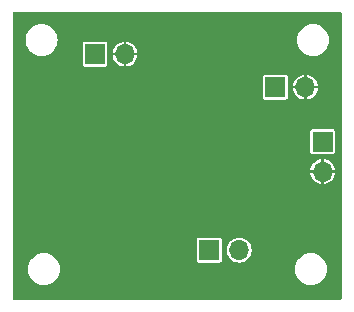
<source format=gbr>
%TF.GenerationSoftware,KiCad,Pcbnew,(6.0.2)*%
%TF.CreationDate,2022-05-16T05:59:00+03:00*%
%TF.ProjectId,FLIM_laser,464c494d-5f6c-4617-9365-722e6b696361,rev?*%
%TF.SameCoordinates,Original*%
%TF.FileFunction,Copper,L2,Bot*%
%TF.FilePolarity,Positive*%
%FSLAX46Y46*%
G04 Gerber Fmt 4.6, Leading zero omitted, Abs format (unit mm)*
G04 Created by KiCad (PCBNEW (6.0.2)) date 2022-05-16 05:59:00*
%MOMM*%
%LPD*%
G01*
G04 APERTURE LIST*
%TA.AperFunction,ComponentPad*%
%ADD10R,1.700000X1.700000*%
%TD*%
%TA.AperFunction,ComponentPad*%
%ADD11O,1.700000X1.700000*%
%TD*%
%TA.AperFunction,ViaPad*%
%ADD12C,0.800000*%
%TD*%
G04 APERTURE END LIST*
D10*
%TO.P,J4,1,Pin_1*%
%TO.N,Net-(J4-Pad1)*%
X162600000Y-59200000D03*
D11*
%TO.P,J4,2,Pin_2*%
%TO.N,Net-(J4-Pad2)*%
X165140000Y-59200000D03*
%TD*%
D10*
%TO.P,J1,1,Pin_1*%
%TO.N,Net-(C3-Pad1)*%
X168200000Y-45400000D03*
D11*
%TO.P,J1,2,Pin_2*%
%TO.N,GND*%
X170740000Y-45400000D03*
%TD*%
D10*
%TO.P,J2,1,Pin_1*%
%TO.N,Net-(D1-Pad2)*%
X152925000Y-42600000D03*
D11*
%TO.P,J2,2,Pin_2*%
%TO.N,GND*%
X155465000Y-42600000D03*
%TD*%
D10*
%TO.P,J3,1,Pin_1*%
%TO.N,Net-(C3-Pad1)*%
X172200000Y-50000000D03*
D11*
%TO.P,J3,2,Pin_2*%
%TO.N,GND*%
X172200000Y-52540000D03*
%TD*%
D12*
%TO.N,GND*%
X161000000Y-45200000D03*
X156600000Y-40200000D03*
X170600000Y-47800000D03*
X158400000Y-42200000D03*
X166000000Y-51200000D03*
X148600000Y-53800000D03*
X167200000Y-54200000D03*
X154800000Y-40000000D03*
X158600000Y-60000000D03*
X167800000Y-42400000D03*
X156400000Y-62200000D03*
X172000000Y-56600000D03*
X164000000Y-62400000D03*
X153800000Y-54000000D03*
X156000000Y-45400000D03*
X151400000Y-56400000D03*
X163400000Y-42200000D03*
X153600000Y-60000000D03*
X167200000Y-51800000D03*
X165200000Y-45000000D03*
X158600000Y-54000000D03*
X155800000Y-50200000D03*
X172200000Y-48200000D03*
X161000000Y-40200000D03*
X165400000Y-40400000D03*
X155800000Y-56800000D03*
X169200000Y-54800000D03*
X152200000Y-40400000D03*
%TD*%
%TA.AperFunction,Conductor*%
%TO.N,GND*%
G36*
X173759191Y-39018907D02*
G01*
X173795155Y-39068407D01*
X173800000Y-39099000D01*
X173800000Y-63301000D01*
X173781093Y-63359191D01*
X173731593Y-63395155D01*
X173701000Y-63400000D01*
X146099000Y-63400000D01*
X146040809Y-63381093D01*
X146004845Y-63331593D01*
X146000000Y-63301000D01*
X146000000Y-60800000D01*
X147244341Y-60800000D01*
X147264937Y-61035408D01*
X147326097Y-61263663D01*
X147425965Y-61477829D01*
X147561505Y-61671401D01*
X147728599Y-61838495D01*
X147922171Y-61974035D01*
X148136337Y-62073903D01*
X148364592Y-62135063D01*
X148449431Y-62142486D01*
X148538870Y-62150311D01*
X148538878Y-62150311D01*
X148541034Y-62150500D01*
X148658966Y-62150500D01*
X148661122Y-62150311D01*
X148661130Y-62150311D01*
X148750569Y-62142486D01*
X148835408Y-62135063D01*
X149063663Y-62073903D01*
X149277829Y-61974035D01*
X149471401Y-61838495D01*
X149638495Y-61671401D01*
X149771554Y-61481374D01*
X149771554Y-61481373D01*
X149774035Y-61477830D01*
X149873903Y-61263663D01*
X149935063Y-61035408D01*
X149955659Y-60800000D01*
X169844341Y-60800000D01*
X169864937Y-61035408D01*
X169926097Y-61263663D01*
X170025965Y-61477829D01*
X170161505Y-61671401D01*
X170328599Y-61838495D01*
X170522171Y-61974035D01*
X170736337Y-62073903D01*
X170964592Y-62135063D01*
X171049431Y-62142486D01*
X171138870Y-62150311D01*
X171138878Y-62150311D01*
X171141034Y-62150500D01*
X171258966Y-62150500D01*
X171261122Y-62150311D01*
X171261130Y-62150311D01*
X171350569Y-62142486D01*
X171435408Y-62135063D01*
X171663663Y-62073903D01*
X171877829Y-61974035D01*
X172071401Y-61838495D01*
X172238495Y-61671401D01*
X172371554Y-61481374D01*
X172371554Y-61481373D01*
X172374035Y-61477830D01*
X172473903Y-61263663D01*
X172535063Y-61035408D01*
X172555659Y-60800000D01*
X172535063Y-60564592D01*
X172473903Y-60336337D01*
X172374035Y-60122171D01*
X172238495Y-59928599D01*
X172071401Y-59761505D01*
X171877829Y-59625965D01*
X171663663Y-59526097D01*
X171435408Y-59464937D01*
X171350569Y-59457514D01*
X171261130Y-59449689D01*
X171261122Y-59449689D01*
X171258966Y-59449500D01*
X171141034Y-59449500D01*
X171138878Y-59449689D01*
X171138870Y-59449689D01*
X171049431Y-59457514D01*
X170964592Y-59464937D01*
X170736337Y-59526097D01*
X170522171Y-59625965D01*
X170328599Y-59761505D01*
X170161505Y-59928599D01*
X170136420Y-59964424D01*
X170028447Y-60118625D01*
X170028446Y-60118627D01*
X170025965Y-60122170D01*
X169926097Y-60336337D01*
X169864937Y-60564592D01*
X169844341Y-60800000D01*
X149955659Y-60800000D01*
X149935063Y-60564592D01*
X149873903Y-60336337D01*
X149774035Y-60122171D01*
X149737328Y-60069748D01*
X161549500Y-60069748D01*
X161561133Y-60128231D01*
X161605448Y-60194552D01*
X161671769Y-60238867D01*
X161681332Y-60240769D01*
X161681334Y-60240770D01*
X161704005Y-60245279D01*
X161730252Y-60250500D01*
X163469748Y-60250500D01*
X163495995Y-60245279D01*
X163518666Y-60240770D01*
X163518668Y-60240769D01*
X163528231Y-60238867D01*
X163594552Y-60194552D01*
X163638867Y-60128231D01*
X163650500Y-60069748D01*
X163650500Y-59185262D01*
X164084520Y-59185262D01*
X164101759Y-59390553D01*
X164103092Y-59395201D01*
X164103092Y-59395202D01*
X164141150Y-59527925D01*
X164158544Y-59588586D01*
X164252712Y-59771818D01*
X164380677Y-59933270D01*
X164384357Y-59936402D01*
X164384359Y-59936404D01*
X164497017Y-60032283D01*
X164537564Y-60066791D01*
X164541787Y-60069151D01*
X164541791Y-60069154D01*
X164647498Y-60128231D01*
X164717398Y-60167297D01*
X164721996Y-60168791D01*
X164908724Y-60229463D01*
X164908726Y-60229464D01*
X164913329Y-60230959D01*
X165117894Y-60255351D01*
X165122716Y-60254980D01*
X165122719Y-60254980D01*
X165193259Y-60249552D01*
X165323300Y-60239546D01*
X165521725Y-60184145D01*
X165526038Y-60181966D01*
X165526044Y-60181964D01*
X165701289Y-60093441D01*
X165701291Y-60093440D01*
X165705610Y-60091258D01*
X165740943Y-60063653D01*
X165864135Y-59967406D01*
X165864139Y-59967402D01*
X165867951Y-59964424D01*
X166002564Y-59808472D01*
X166021231Y-59775613D01*
X166101934Y-59633550D01*
X166101935Y-59633547D01*
X166104323Y-59629344D01*
X166117882Y-59588586D01*
X166167824Y-59438454D01*
X166167824Y-59438452D01*
X166169351Y-59433863D01*
X166195171Y-59229474D01*
X166195583Y-59200000D01*
X166175480Y-58994970D01*
X166115935Y-58797749D01*
X166019218Y-58615849D01*
X165889011Y-58456200D01*
X165742639Y-58335110D01*
X165734002Y-58327965D01*
X165734000Y-58327964D01*
X165730275Y-58324882D01*
X165549055Y-58226897D01*
X165479764Y-58205448D01*
X165356875Y-58167407D01*
X165356871Y-58167406D01*
X165352254Y-58165977D01*
X165347446Y-58165472D01*
X165347443Y-58165471D01*
X165152185Y-58144949D01*
X165152183Y-58144949D01*
X165147369Y-58144443D01*
X165091800Y-58149500D01*
X164947022Y-58162675D01*
X164947017Y-58162676D01*
X164942203Y-58163114D01*
X164744572Y-58221280D01*
X164740288Y-58223519D01*
X164740287Y-58223520D01*
X164729428Y-58229197D01*
X164562002Y-58316726D01*
X164558231Y-58319758D01*
X164405220Y-58442781D01*
X164405217Y-58442783D01*
X164401447Y-58445815D01*
X164398333Y-58449526D01*
X164398332Y-58449527D01*
X164389585Y-58459952D01*
X164269024Y-58603630D01*
X164266689Y-58607878D01*
X164266688Y-58607879D01*
X164259955Y-58620126D01*
X164169776Y-58784162D01*
X164107484Y-58980532D01*
X164106944Y-58985344D01*
X164106944Y-58985345D01*
X164105865Y-58994970D01*
X164084520Y-59185262D01*
X163650500Y-59185262D01*
X163650500Y-58330252D01*
X163638867Y-58271769D01*
X163594552Y-58205448D01*
X163528231Y-58161133D01*
X163518668Y-58159231D01*
X163518666Y-58159230D01*
X163495995Y-58154721D01*
X163469748Y-58149500D01*
X161730252Y-58149500D01*
X161704005Y-58154721D01*
X161681334Y-58159230D01*
X161681332Y-58159231D01*
X161671769Y-58161133D01*
X161605448Y-58205448D01*
X161561133Y-58271769D01*
X161549500Y-58330252D01*
X161549500Y-60069748D01*
X149737328Y-60069748D01*
X149638495Y-59928599D01*
X149471401Y-59761505D01*
X149277829Y-59625965D01*
X149063663Y-59526097D01*
X148835408Y-59464937D01*
X148750569Y-59457514D01*
X148661130Y-59449689D01*
X148661122Y-59449689D01*
X148658966Y-59449500D01*
X148541034Y-59449500D01*
X148538878Y-59449689D01*
X148538870Y-59449689D01*
X148449431Y-59457514D01*
X148364592Y-59464937D01*
X148136337Y-59526097D01*
X147922171Y-59625965D01*
X147728599Y-59761505D01*
X147561505Y-59928599D01*
X147536420Y-59964424D01*
X147428447Y-60118625D01*
X147428446Y-60118627D01*
X147425965Y-60122170D01*
X147326097Y-60336337D01*
X147264937Y-60564592D01*
X147244341Y-60800000D01*
X146000000Y-60800000D01*
X146000000Y-52649846D01*
X171155483Y-52649846D01*
X171161847Y-52725644D01*
X171163585Y-52735111D01*
X171217674Y-52923743D01*
X171221225Y-52932711D01*
X171310919Y-53107236D01*
X171316142Y-53115341D01*
X171438037Y-53269134D01*
X171444720Y-53276055D01*
X171594164Y-53403241D01*
X171602078Y-53408742D01*
X171773373Y-53504475D01*
X171782201Y-53508332D01*
X171968838Y-53568974D01*
X171978238Y-53571041D01*
X172084432Y-53583704D01*
X172097514Y-53581113D01*
X172098955Y-53579557D01*
X172100000Y-53574803D01*
X172100000Y-53569775D01*
X172300000Y-53569775D01*
X172304122Y-53582460D01*
X172306735Y-53584359D01*
X172309679Y-53584710D01*
X172378385Y-53579424D01*
X172387876Y-53577750D01*
X172576882Y-53524978D01*
X172585862Y-53521496D01*
X172761020Y-53433017D01*
X172769155Y-53427854D01*
X172923787Y-53307042D01*
X172930771Y-53300391D01*
X173058990Y-53151848D01*
X173064546Y-53143973D01*
X173161471Y-52973353D01*
X173165392Y-52964546D01*
X173227334Y-52778346D01*
X173229469Y-52768944D01*
X173243794Y-52655556D01*
X173241294Y-52642455D01*
X173239884Y-52641130D01*
X173234829Y-52640000D01*
X172315680Y-52640000D01*
X172302995Y-52644122D01*
X172300000Y-52648243D01*
X172300000Y-53569775D01*
X172100000Y-53569775D01*
X172100000Y-52655680D01*
X172095878Y-52642995D01*
X172091757Y-52640000D01*
X171170336Y-52640000D01*
X171157651Y-52644122D01*
X171155860Y-52646586D01*
X171155483Y-52649846D01*
X146000000Y-52649846D01*
X146000000Y-52424417D01*
X171156334Y-52424417D01*
X171159016Y-52437484D01*
X171160719Y-52439039D01*
X171165165Y-52440000D01*
X172084320Y-52440000D01*
X172097005Y-52435878D01*
X172100000Y-52431757D01*
X172100000Y-52424320D01*
X172300000Y-52424320D01*
X172304122Y-52437005D01*
X172308243Y-52440000D01*
X173229596Y-52440000D01*
X173242281Y-52435878D01*
X173243854Y-52433713D01*
X173244278Y-52429818D01*
X173235459Y-52339885D01*
X173233589Y-52330437D01*
X173176869Y-52142572D01*
X173173199Y-52133668D01*
X173081072Y-51960401D01*
X173075740Y-51952376D01*
X172951716Y-51800307D01*
X172944922Y-51793466D01*
X172793721Y-51668381D01*
X172785738Y-51662997D01*
X172613114Y-51569660D01*
X172604243Y-51565931D01*
X172416775Y-51507900D01*
X172407341Y-51505963D01*
X172315594Y-51496320D01*
X172302548Y-51499093D01*
X172300881Y-51500945D01*
X172300000Y-51505088D01*
X172300000Y-52424320D01*
X172100000Y-52424320D01*
X172100000Y-51510396D01*
X172095878Y-51497711D01*
X172093563Y-51496028D01*
X172089987Y-51495627D01*
X172007117Y-51503168D01*
X171997654Y-51504974D01*
X171809407Y-51560378D01*
X171800466Y-51563991D01*
X171626573Y-51654899D01*
X171618497Y-51660184D01*
X171465571Y-51783140D01*
X171458687Y-51789881D01*
X171332551Y-51940205D01*
X171327104Y-51948159D01*
X171232573Y-52120111D01*
X171228773Y-52128976D01*
X171169440Y-52316019D01*
X171167435Y-52325450D01*
X171156334Y-52424417D01*
X146000000Y-52424417D01*
X146000000Y-50869748D01*
X171149500Y-50869748D01*
X171161133Y-50928231D01*
X171205448Y-50994552D01*
X171271769Y-51038867D01*
X171281332Y-51040769D01*
X171281334Y-51040770D01*
X171304005Y-51045279D01*
X171330252Y-51050500D01*
X173069748Y-51050500D01*
X173095995Y-51045279D01*
X173118666Y-51040770D01*
X173118668Y-51040769D01*
X173128231Y-51038867D01*
X173194552Y-50994552D01*
X173238867Y-50928231D01*
X173250500Y-50869748D01*
X173250500Y-49130252D01*
X173238867Y-49071769D01*
X173194552Y-49005448D01*
X173128231Y-48961133D01*
X173118668Y-48959231D01*
X173118666Y-48959230D01*
X173095995Y-48954721D01*
X173069748Y-48949500D01*
X171330252Y-48949500D01*
X171304005Y-48954721D01*
X171281334Y-48959230D01*
X171281332Y-48959231D01*
X171271769Y-48961133D01*
X171205448Y-49005448D01*
X171161133Y-49071769D01*
X171149500Y-49130252D01*
X171149500Y-50869748D01*
X146000000Y-50869748D01*
X146000000Y-46269748D01*
X167149500Y-46269748D01*
X167161133Y-46328231D01*
X167205448Y-46394552D01*
X167271769Y-46438867D01*
X167281332Y-46440769D01*
X167281334Y-46440770D01*
X167304005Y-46445279D01*
X167330252Y-46450500D01*
X169069748Y-46450500D01*
X169095995Y-46445279D01*
X169118666Y-46440770D01*
X169118668Y-46440769D01*
X169128231Y-46438867D01*
X169194552Y-46394552D01*
X169238867Y-46328231D01*
X169250500Y-46269748D01*
X169250500Y-45509846D01*
X169695483Y-45509846D01*
X169701847Y-45585644D01*
X169703585Y-45595111D01*
X169757674Y-45783743D01*
X169761225Y-45792711D01*
X169850919Y-45967236D01*
X169856142Y-45975341D01*
X169978037Y-46129134D01*
X169984720Y-46136055D01*
X170134164Y-46263241D01*
X170142078Y-46268742D01*
X170313373Y-46364475D01*
X170322201Y-46368332D01*
X170508838Y-46428974D01*
X170518238Y-46431041D01*
X170624432Y-46443704D01*
X170637514Y-46441113D01*
X170638955Y-46439557D01*
X170640000Y-46434803D01*
X170640000Y-46429775D01*
X170840000Y-46429775D01*
X170844122Y-46442460D01*
X170846735Y-46444359D01*
X170849679Y-46444710D01*
X170918385Y-46439424D01*
X170927876Y-46437750D01*
X171116882Y-46384978D01*
X171125862Y-46381496D01*
X171301020Y-46293017D01*
X171309155Y-46287854D01*
X171463787Y-46167042D01*
X171470771Y-46160391D01*
X171598990Y-46011848D01*
X171604546Y-46003973D01*
X171701471Y-45833353D01*
X171705392Y-45824546D01*
X171767334Y-45638346D01*
X171769469Y-45628944D01*
X171783794Y-45515556D01*
X171781294Y-45502455D01*
X171779884Y-45501130D01*
X171774829Y-45500000D01*
X170855680Y-45500000D01*
X170842995Y-45504122D01*
X170840000Y-45508243D01*
X170840000Y-46429775D01*
X170640000Y-46429775D01*
X170640000Y-45515680D01*
X170635878Y-45502995D01*
X170631757Y-45500000D01*
X169710336Y-45500000D01*
X169697651Y-45504122D01*
X169695860Y-45506586D01*
X169695483Y-45509846D01*
X169250500Y-45509846D01*
X169250500Y-45284417D01*
X169696334Y-45284417D01*
X169699016Y-45297484D01*
X169700719Y-45299039D01*
X169705165Y-45300000D01*
X170624320Y-45300000D01*
X170637005Y-45295878D01*
X170640000Y-45291757D01*
X170640000Y-45284320D01*
X170840000Y-45284320D01*
X170844122Y-45297005D01*
X170848243Y-45300000D01*
X171769596Y-45300000D01*
X171782281Y-45295878D01*
X171783854Y-45293713D01*
X171784278Y-45289818D01*
X171775459Y-45199885D01*
X171773589Y-45190437D01*
X171716869Y-45002572D01*
X171713199Y-44993668D01*
X171621072Y-44820401D01*
X171615740Y-44812376D01*
X171491716Y-44660307D01*
X171484922Y-44653466D01*
X171333721Y-44528381D01*
X171325738Y-44522997D01*
X171153114Y-44429660D01*
X171144243Y-44425931D01*
X170956775Y-44367900D01*
X170947341Y-44365963D01*
X170855594Y-44356320D01*
X170842548Y-44359093D01*
X170840881Y-44360945D01*
X170840000Y-44365088D01*
X170840000Y-45284320D01*
X170640000Y-45284320D01*
X170640000Y-44370396D01*
X170635878Y-44357711D01*
X170633563Y-44356028D01*
X170629987Y-44355627D01*
X170547117Y-44363168D01*
X170537654Y-44364974D01*
X170349407Y-44420378D01*
X170340466Y-44423991D01*
X170166573Y-44514899D01*
X170158497Y-44520184D01*
X170005571Y-44643140D01*
X169998687Y-44649881D01*
X169872551Y-44800205D01*
X169867104Y-44808159D01*
X169772573Y-44980111D01*
X169768773Y-44988976D01*
X169709440Y-45176019D01*
X169707435Y-45185450D01*
X169696334Y-45284417D01*
X169250500Y-45284417D01*
X169250500Y-44530252D01*
X169238867Y-44471769D01*
X169194552Y-44405448D01*
X169128231Y-44361133D01*
X169118668Y-44359231D01*
X169118666Y-44359230D01*
X169095995Y-44354721D01*
X169069748Y-44349500D01*
X167330252Y-44349500D01*
X167304005Y-44354721D01*
X167281334Y-44359230D01*
X167281332Y-44359231D01*
X167271769Y-44361133D01*
X167205448Y-44405448D01*
X167161133Y-44471769D01*
X167149500Y-44530252D01*
X167149500Y-46269748D01*
X146000000Y-46269748D01*
X146000000Y-43469748D01*
X151874500Y-43469748D01*
X151886133Y-43528231D01*
X151930448Y-43594552D01*
X151996769Y-43638867D01*
X152006332Y-43640769D01*
X152006334Y-43640770D01*
X152029005Y-43645279D01*
X152055252Y-43650500D01*
X153794748Y-43650500D01*
X153820995Y-43645279D01*
X153843666Y-43640770D01*
X153843668Y-43640769D01*
X153853231Y-43638867D01*
X153919552Y-43594552D01*
X153963867Y-43528231D01*
X153975500Y-43469748D01*
X153975500Y-42709846D01*
X154420483Y-42709846D01*
X154426847Y-42785644D01*
X154428585Y-42795111D01*
X154482674Y-42983743D01*
X154486225Y-42992711D01*
X154575919Y-43167236D01*
X154581142Y-43175341D01*
X154703037Y-43329134D01*
X154709720Y-43336055D01*
X154859164Y-43463241D01*
X154867078Y-43468742D01*
X155038373Y-43564475D01*
X155047201Y-43568332D01*
X155233838Y-43628974D01*
X155243238Y-43631041D01*
X155349432Y-43643704D01*
X155362514Y-43641113D01*
X155363955Y-43639557D01*
X155365000Y-43634803D01*
X155365000Y-43629775D01*
X155565000Y-43629775D01*
X155569122Y-43642460D01*
X155571735Y-43644359D01*
X155574679Y-43644710D01*
X155643385Y-43639424D01*
X155652876Y-43637750D01*
X155841882Y-43584978D01*
X155850862Y-43581496D01*
X156026020Y-43493017D01*
X156034155Y-43487854D01*
X156188787Y-43367042D01*
X156195771Y-43360391D01*
X156323990Y-43211848D01*
X156329546Y-43203973D01*
X156426471Y-43033353D01*
X156430392Y-43024546D01*
X156492334Y-42838346D01*
X156494469Y-42828944D01*
X156508794Y-42715556D01*
X156506294Y-42702455D01*
X156504884Y-42701130D01*
X156499829Y-42700000D01*
X155580680Y-42700000D01*
X155567995Y-42704122D01*
X155565000Y-42708243D01*
X155565000Y-43629775D01*
X155365000Y-43629775D01*
X155365000Y-42715680D01*
X155360878Y-42702995D01*
X155356757Y-42700000D01*
X154435336Y-42700000D01*
X154422651Y-42704122D01*
X154420860Y-42706586D01*
X154420483Y-42709846D01*
X153975500Y-42709846D01*
X153975500Y-42484417D01*
X154421334Y-42484417D01*
X154424016Y-42497484D01*
X154425719Y-42499039D01*
X154430165Y-42500000D01*
X155349320Y-42500000D01*
X155362005Y-42495878D01*
X155365000Y-42491757D01*
X155365000Y-42484320D01*
X155565000Y-42484320D01*
X155569122Y-42497005D01*
X155573243Y-42500000D01*
X156494596Y-42500000D01*
X156507281Y-42495878D01*
X156508854Y-42493713D01*
X156509278Y-42489818D01*
X156500459Y-42399885D01*
X156498589Y-42390437D01*
X156441869Y-42202572D01*
X156438199Y-42193668D01*
X156346072Y-42020401D01*
X156340740Y-42012376D01*
X156216716Y-41860307D01*
X156209922Y-41853466D01*
X156058721Y-41728381D01*
X156050738Y-41722997D01*
X155878114Y-41629660D01*
X155869243Y-41625931D01*
X155681775Y-41567900D01*
X155672341Y-41565963D01*
X155580594Y-41556320D01*
X155567548Y-41559093D01*
X155565881Y-41560945D01*
X155565000Y-41565088D01*
X155565000Y-42484320D01*
X155365000Y-42484320D01*
X155365000Y-41570396D01*
X155360878Y-41557711D01*
X155358563Y-41556028D01*
X155354987Y-41555627D01*
X155272117Y-41563168D01*
X155262654Y-41564974D01*
X155074407Y-41620378D01*
X155065466Y-41623991D01*
X154891573Y-41714899D01*
X154883497Y-41720184D01*
X154730571Y-41843140D01*
X154723687Y-41849881D01*
X154597551Y-42000205D01*
X154592104Y-42008159D01*
X154497573Y-42180111D01*
X154493773Y-42188976D01*
X154434440Y-42376019D01*
X154432435Y-42385450D01*
X154421334Y-42484417D01*
X153975500Y-42484417D01*
X153975500Y-41730252D01*
X153963867Y-41671769D01*
X153919552Y-41605448D01*
X153853231Y-41561133D01*
X153843668Y-41559231D01*
X153843666Y-41559230D01*
X153820995Y-41554721D01*
X153794748Y-41549500D01*
X152055252Y-41549500D01*
X152029005Y-41554721D01*
X152006334Y-41559230D01*
X152006332Y-41559231D01*
X151996769Y-41561133D01*
X151930448Y-41605448D01*
X151886133Y-41671769D01*
X151874500Y-41730252D01*
X151874500Y-43469748D01*
X146000000Y-43469748D01*
X146000000Y-41400000D01*
X147044341Y-41400000D01*
X147064937Y-41635408D01*
X147126097Y-41863663D01*
X147225965Y-42077829D01*
X147361505Y-42271401D01*
X147528599Y-42438495D01*
X147722171Y-42574035D01*
X147936337Y-42673903D01*
X148164592Y-42735063D01*
X148249431Y-42742486D01*
X148338870Y-42750311D01*
X148338878Y-42750311D01*
X148341034Y-42750500D01*
X148458966Y-42750500D01*
X148461122Y-42750311D01*
X148461130Y-42750311D01*
X148550569Y-42742486D01*
X148635408Y-42735063D01*
X148863663Y-42673903D01*
X149077829Y-42574035D01*
X149271401Y-42438495D01*
X149438495Y-42271401D01*
X149571554Y-42081374D01*
X149571554Y-42081373D01*
X149574035Y-42077830D01*
X149673903Y-41863663D01*
X149735063Y-41635408D01*
X149755659Y-41400000D01*
X170044341Y-41400000D01*
X170064937Y-41635408D01*
X170126097Y-41863663D01*
X170225965Y-42077829D01*
X170361505Y-42271401D01*
X170528599Y-42438495D01*
X170722171Y-42574035D01*
X170936337Y-42673903D01*
X171164592Y-42735063D01*
X171249431Y-42742486D01*
X171338870Y-42750311D01*
X171338878Y-42750311D01*
X171341034Y-42750500D01*
X171458966Y-42750500D01*
X171461122Y-42750311D01*
X171461130Y-42750311D01*
X171550569Y-42742486D01*
X171635408Y-42735063D01*
X171863663Y-42673903D01*
X172077829Y-42574035D01*
X172271401Y-42438495D01*
X172438495Y-42271401D01*
X172571554Y-42081374D01*
X172571554Y-42081373D01*
X172574035Y-42077830D01*
X172673903Y-41863663D01*
X172735063Y-41635408D01*
X172755659Y-41400000D01*
X172735063Y-41164592D01*
X172673903Y-40936337D01*
X172574035Y-40722171D01*
X172438495Y-40528599D01*
X172271401Y-40361505D01*
X172077829Y-40225965D01*
X171863663Y-40126097D01*
X171635408Y-40064937D01*
X171550569Y-40057514D01*
X171461130Y-40049689D01*
X171461122Y-40049689D01*
X171458966Y-40049500D01*
X171341034Y-40049500D01*
X171338878Y-40049689D01*
X171338870Y-40049689D01*
X171249431Y-40057514D01*
X171164592Y-40064937D01*
X170936337Y-40126097D01*
X170722171Y-40225965D01*
X170528599Y-40361505D01*
X170361505Y-40528599D01*
X170359026Y-40532140D01*
X170228447Y-40718625D01*
X170228446Y-40718627D01*
X170225965Y-40722170D01*
X170126097Y-40936337D01*
X170064937Y-41164592D01*
X170044341Y-41400000D01*
X149755659Y-41400000D01*
X149735063Y-41164592D01*
X149673903Y-40936337D01*
X149574035Y-40722171D01*
X149438495Y-40528599D01*
X149271401Y-40361505D01*
X149077829Y-40225965D01*
X148863663Y-40126097D01*
X148635408Y-40064937D01*
X148550569Y-40057514D01*
X148461130Y-40049689D01*
X148461122Y-40049689D01*
X148458966Y-40049500D01*
X148341034Y-40049500D01*
X148338878Y-40049689D01*
X148338870Y-40049689D01*
X148249431Y-40057514D01*
X148164592Y-40064937D01*
X147936337Y-40126097D01*
X147722171Y-40225965D01*
X147528599Y-40361505D01*
X147361505Y-40528599D01*
X147359026Y-40532140D01*
X147228447Y-40718625D01*
X147228446Y-40718627D01*
X147225965Y-40722170D01*
X147126097Y-40936337D01*
X147064937Y-41164592D01*
X147044341Y-41400000D01*
X146000000Y-41400000D01*
X146000000Y-39099000D01*
X146018907Y-39040809D01*
X146068407Y-39004845D01*
X146099000Y-39000000D01*
X173701000Y-39000000D01*
X173759191Y-39018907D01*
G37*
%TD.AperFunction*%
%TD*%
M02*

</source>
